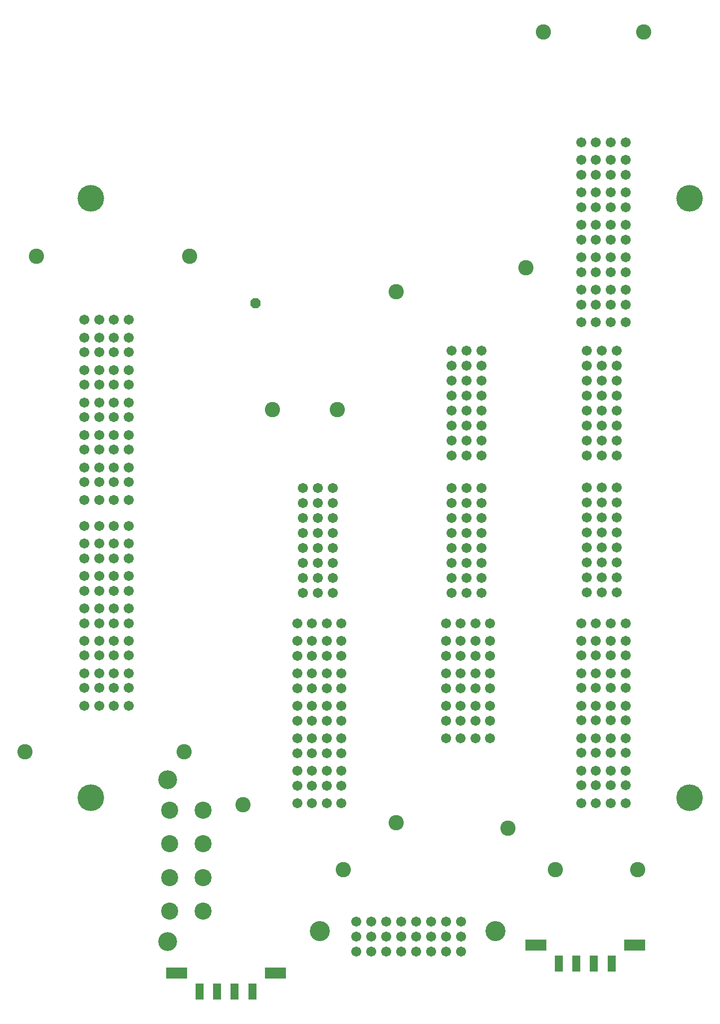
<source format=gts>
G75*
%MOIN*%
%OFA0B0*%
%FSLAX25Y25*%
%IPPOS*%
%LPD*%
%AMOC8*
5,1,8,0,0,1.08239X$1,22.5*
%
%ADD10C,0.17800*%
%ADD11C,0.06737*%
%ADD12C,0.12611*%
%ADD13C,0.11430*%
%ADD14C,0.13398*%
%ADD15R,0.14304X0.07296*%
%ADD16R,0.05800X0.10800*%
%ADD17OC8,0.06800*%
%ADD18C,0.10249*%
D10*
X0141800Y0141800D03*
X0141800Y0541800D03*
X0541800Y0541800D03*
X0541800Y0141800D03*
D11*
X0498965Y0138213D03*
X0489123Y0138213D03*
X0479280Y0138213D03*
X0479280Y0150024D03*
X0489123Y0150024D03*
X0498965Y0150024D03*
X0498965Y0159867D03*
X0489123Y0159867D03*
X0479280Y0159867D03*
X0469438Y0159867D03*
X0469438Y0150024D03*
X0469438Y0138213D03*
X0469438Y0171678D03*
X0469438Y0181520D03*
X0479280Y0181520D03*
X0479280Y0171678D03*
X0489123Y0171678D03*
X0498965Y0171678D03*
X0498965Y0181520D03*
X0489123Y0181520D03*
X0489123Y0193331D03*
X0498965Y0193331D03*
X0498965Y0203174D03*
X0489123Y0203174D03*
X0479280Y0203174D03*
X0479280Y0193331D03*
X0469438Y0193331D03*
X0469438Y0203174D03*
X0469438Y0214985D03*
X0469438Y0224828D03*
X0479280Y0224828D03*
X0489123Y0224828D03*
X0498965Y0224828D03*
X0498965Y0214985D03*
X0489123Y0214985D03*
X0479280Y0214985D03*
X0479280Y0236639D03*
X0489123Y0236639D03*
X0498965Y0236639D03*
X0498965Y0246481D03*
X0489123Y0246481D03*
X0479280Y0246481D03*
X0479280Y0258292D03*
X0489123Y0258292D03*
X0498965Y0258292D03*
X0493020Y0278646D03*
X0483020Y0278646D03*
X0473020Y0278646D03*
X0473020Y0288646D03*
X0473020Y0298646D03*
X0483020Y0298646D03*
X0483020Y0288646D03*
X0493020Y0288646D03*
X0493020Y0298646D03*
X0493020Y0308646D03*
X0493020Y0318646D03*
X0483020Y0318646D03*
X0473020Y0318646D03*
X0473020Y0308646D03*
X0483020Y0308646D03*
X0483020Y0328646D03*
X0473020Y0328646D03*
X0473020Y0338646D03*
X0483020Y0338646D03*
X0483020Y0348646D03*
X0473020Y0348646D03*
X0493020Y0348646D03*
X0493020Y0338646D03*
X0493020Y0328646D03*
X0493020Y0370143D03*
X0493020Y0380143D03*
X0493020Y0390143D03*
X0493020Y0400143D03*
X0493020Y0410143D03*
X0493020Y0420143D03*
X0493020Y0430143D03*
X0493020Y0440143D03*
X0483020Y0440143D03*
X0473020Y0440143D03*
X0473020Y0430143D03*
X0483020Y0430143D03*
X0483020Y0420143D03*
X0473020Y0420143D03*
X0473020Y0410143D03*
X0483020Y0410143D03*
X0483020Y0400143D03*
X0473020Y0400143D03*
X0473020Y0390143D03*
X0483020Y0390143D03*
X0483020Y0380143D03*
X0473020Y0380143D03*
X0473020Y0370143D03*
X0483020Y0370143D03*
X0402652Y0370038D03*
X0402652Y0380038D03*
X0392652Y0380038D03*
X0392652Y0370038D03*
X0382652Y0370038D03*
X0382652Y0380038D03*
X0382652Y0390038D03*
X0382652Y0400038D03*
X0382652Y0410038D03*
X0382652Y0420038D03*
X0382652Y0430038D03*
X0382652Y0440038D03*
X0392652Y0440038D03*
X0402652Y0440038D03*
X0402652Y0430038D03*
X0392652Y0430038D03*
X0392652Y0420038D03*
X0402652Y0420038D03*
X0402652Y0410038D03*
X0392652Y0410038D03*
X0392652Y0400038D03*
X0402652Y0400038D03*
X0402652Y0390038D03*
X0392652Y0390038D03*
X0392652Y0348542D03*
X0402652Y0348542D03*
X0402652Y0338542D03*
X0392652Y0338542D03*
X0392652Y0328542D03*
X0402652Y0328542D03*
X0402652Y0318542D03*
X0392652Y0318542D03*
X0392652Y0308542D03*
X0402652Y0308542D03*
X0402652Y0298542D03*
X0392652Y0298542D03*
X0392652Y0288542D03*
X0402652Y0288542D03*
X0402652Y0278542D03*
X0392652Y0278542D03*
X0382652Y0278542D03*
X0382652Y0288542D03*
X0382652Y0298542D03*
X0382652Y0308542D03*
X0382652Y0318542D03*
X0382652Y0328542D03*
X0382652Y0338542D03*
X0382652Y0348542D03*
X0303320Y0348538D03*
X0303320Y0338538D03*
X0303320Y0328538D03*
X0293320Y0328538D03*
X0283320Y0328538D03*
X0283320Y0338538D03*
X0283320Y0348538D03*
X0293320Y0348538D03*
X0293320Y0338538D03*
X0293320Y0318538D03*
X0283320Y0318538D03*
X0283320Y0308538D03*
X0293320Y0308538D03*
X0293320Y0298538D03*
X0283320Y0298538D03*
X0283320Y0288538D03*
X0293320Y0288538D03*
X0293320Y0278538D03*
X0283320Y0278538D03*
X0303320Y0278538D03*
X0303320Y0288538D03*
X0303320Y0298538D03*
X0303320Y0308538D03*
X0303320Y0318538D03*
X0299423Y0258183D03*
X0289580Y0258183D03*
X0289580Y0246372D03*
X0299423Y0246372D03*
X0299423Y0236530D03*
X0289580Y0236530D03*
X0279738Y0236530D03*
X0279738Y0246372D03*
X0279738Y0258183D03*
X0309265Y0258183D03*
X0309265Y0246372D03*
X0309265Y0236530D03*
X0309265Y0224719D03*
X0309265Y0214876D03*
X0299423Y0214876D03*
X0289580Y0214876D03*
X0289580Y0224719D03*
X0299423Y0224719D03*
X0279738Y0224719D03*
X0279738Y0214876D03*
X0279738Y0203065D03*
X0279738Y0193223D03*
X0289580Y0193223D03*
X0289580Y0203065D03*
X0299423Y0203065D03*
X0299423Y0193223D03*
X0309265Y0193223D03*
X0309265Y0203065D03*
X0309265Y0181412D03*
X0309265Y0171569D03*
X0299423Y0171569D03*
X0289580Y0171569D03*
X0289580Y0181412D03*
X0299423Y0181412D03*
X0279738Y0181412D03*
X0279738Y0171569D03*
X0279738Y0159758D03*
X0279738Y0149916D03*
X0279738Y0138105D03*
X0289580Y0138105D03*
X0299423Y0138105D03*
X0299423Y0149916D03*
X0289580Y0149916D03*
X0289580Y0159758D03*
X0299423Y0159758D03*
X0309265Y0159758D03*
X0309265Y0149916D03*
X0309265Y0138105D03*
X0379069Y0181416D03*
X0388912Y0181416D03*
X0398754Y0181416D03*
X0408597Y0181416D03*
X0408597Y0193227D03*
X0408597Y0203069D03*
X0398754Y0203069D03*
X0398754Y0193227D03*
X0388912Y0193227D03*
X0388912Y0203069D03*
X0379069Y0203069D03*
X0379069Y0193227D03*
X0379069Y0214880D03*
X0388912Y0214880D03*
X0388912Y0224723D03*
X0379069Y0224723D03*
X0379069Y0236534D03*
X0388912Y0236534D03*
X0398754Y0236534D03*
X0408597Y0236534D03*
X0408597Y0246376D03*
X0398754Y0246376D03*
X0398754Y0258187D03*
X0408597Y0258187D03*
X0388912Y0258187D03*
X0379069Y0258187D03*
X0379069Y0246376D03*
X0388912Y0246376D03*
X0398754Y0224723D03*
X0398754Y0214880D03*
X0408597Y0214880D03*
X0408597Y0224723D03*
X0469438Y0236639D03*
X0469438Y0246481D03*
X0469438Y0258292D03*
X0389162Y0059123D03*
X0379162Y0059123D03*
X0369162Y0059123D03*
X0369162Y0049123D03*
X0379162Y0049123D03*
X0389162Y0049123D03*
X0389162Y0039123D03*
X0379162Y0039123D03*
X0369162Y0039123D03*
X0359162Y0039123D03*
X0349162Y0039123D03*
X0339162Y0039123D03*
X0329162Y0039123D03*
X0319162Y0039123D03*
X0319162Y0049123D03*
X0319162Y0059123D03*
X0329162Y0059123D03*
X0329162Y0049123D03*
X0339162Y0049123D03*
X0339162Y0059123D03*
X0349162Y0059123D03*
X0349162Y0049123D03*
X0359162Y0049123D03*
X0359162Y0059123D03*
X0166997Y0203178D03*
X0157154Y0203178D03*
X0147312Y0203178D03*
X0137469Y0203178D03*
X0137469Y0214989D03*
X0137469Y0224831D03*
X0147312Y0224831D03*
X0147312Y0214989D03*
X0157154Y0214989D03*
X0157154Y0224831D03*
X0166997Y0224831D03*
X0166997Y0214989D03*
X0166997Y0236643D03*
X0166997Y0246485D03*
X0166997Y0258296D03*
X0166997Y0268139D03*
X0166997Y0279950D03*
X0166997Y0289792D03*
X0157154Y0289792D03*
X0147312Y0289792D03*
X0137469Y0289792D03*
X0137469Y0279950D03*
X0147312Y0279950D03*
X0157154Y0279950D03*
X0157154Y0268139D03*
X0147312Y0268139D03*
X0137469Y0268139D03*
X0137469Y0258296D03*
X0147312Y0258296D03*
X0157154Y0258296D03*
X0157154Y0246485D03*
X0147312Y0246485D03*
X0137469Y0246485D03*
X0137469Y0236643D03*
X0147312Y0236643D03*
X0157154Y0236643D03*
X0157154Y0301603D03*
X0147312Y0301603D03*
X0147312Y0311446D03*
X0157154Y0311446D03*
X0166997Y0311446D03*
X0166997Y0301603D03*
X0166997Y0323257D03*
X0157154Y0323257D03*
X0147312Y0323257D03*
X0137469Y0323257D03*
X0137469Y0311446D03*
X0137469Y0301603D03*
X0137469Y0340580D03*
X0147312Y0340580D03*
X0157154Y0340580D03*
X0166997Y0340580D03*
X0166997Y0352391D03*
X0166997Y0362233D03*
X0157154Y0362233D03*
X0147312Y0362233D03*
X0147312Y0352391D03*
X0157154Y0352391D03*
X0137469Y0352391D03*
X0137469Y0362233D03*
X0137469Y0374044D03*
X0147312Y0374044D03*
X0157154Y0374044D03*
X0157154Y0383887D03*
X0147312Y0383887D03*
X0137469Y0383887D03*
X0137469Y0395698D03*
X0147312Y0395698D03*
X0157154Y0395698D03*
X0157154Y0405540D03*
X0147312Y0405540D03*
X0137469Y0405540D03*
X0137469Y0417351D03*
X0137469Y0427194D03*
X0147312Y0427194D03*
X0157154Y0427194D03*
X0157154Y0417351D03*
X0147312Y0417351D03*
X0166997Y0417351D03*
X0166997Y0427194D03*
X0166997Y0439005D03*
X0166997Y0448847D03*
X0157154Y0448847D03*
X0147312Y0448847D03*
X0147312Y0439005D03*
X0157154Y0439005D03*
X0137469Y0439005D03*
X0137469Y0448847D03*
X0137469Y0460658D03*
X0147312Y0460658D03*
X0157154Y0460658D03*
X0166997Y0460658D03*
X0166997Y0405540D03*
X0166997Y0395698D03*
X0166997Y0383887D03*
X0166997Y0374044D03*
X0469438Y0459080D03*
X0469438Y0470891D03*
X0469438Y0480733D03*
X0479280Y0480733D03*
X0489123Y0480733D03*
X0498965Y0480733D03*
X0498965Y0470891D03*
X0489123Y0470891D03*
X0479280Y0470891D03*
X0479280Y0459080D03*
X0489123Y0459080D03*
X0498965Y0459080D03*
X0498965Y0492544D03*
X0489123Y0492544D03*
X0489123Y0502387D03*
X0498965Y0502387D03*
X0498965Y0514198D03*
X0498965Y0524040D03*
X0489123Y0524040D03*
X0489123Y0514198D03*
X0479280Y0514198D03*
X0479280Y0524040D03*
X0469438Y0524040D03*
X0469438Y0514198D03*
X0469438Y0502387D03*
X0469438Y0492544D03*
X0479280Y0492544D03*
X0479280Y0502387D03*
X0479280Y0535851D03*
X0479280Y0545694D03*
X0489123Y0545694D03*
X0498965Y0545694D03*
X0498965Y0535851D03*
X0489123Y0535851D03*
X0469438Y0535851D03*
X0469438Y0545694D03*
X0469438Y0557505D03*
X0469438Y0567347D03*
X0479280Y0567347D03*
X0479280Y0557505D03*
X0489123Y0557505D03*
X0489123Y0567347D03*
X0498965Y0567347D03*
X0498965Y0557505D03*
X0498965Y0579158D03*
X0489123Y0579158D03*
X0479280Y0579158D03*
X0469438Y0579158D03*
D12*
X0193060Y0153808D03*
X0193060Y0045776D03*
D13*
X0194359Y0066131D03*
X0194359Y0088572D03*
X0216800Y0088572D03*
X0216800Y0066131D03*
X0216800Y0111013D03*
X0216800Y0133454D03*
X0194359Y0133454D03*
X0194359Y0111013D03*
D14*
X0294871Y0052902D03*
X0412036Y0052902D03*
D15*
X0439024Y0043552D03*
X0505048Y0043552D03*
X0265048Y0024802D03*
X0199024Y0024802D03*
D16*
X0214320Y0012479D03*
X0226131Y0012479D03*
X0237942Y0012479D03*
X0249753Y0012479D03*
X0454320Y0031229D03*
X0466131Y0031229D03*
X0477942Y0031229D03*
X0489753Y0031229D03*
D17*
X0251800Y0471800D03*
D18*
X0207942Y0503217D03*
X0105580Y0503217D03*
X0263060Y0400855D03*
X0306367Y0400855D03*
X0345737Y0479595D03*
X0432351Y0495343D03*
X0444162Y0652824D03*
X0511091Y0652824D03*
X0204005Y0172509D03*
X0243375Y0137076D03*
X0310304Y0093769D03*
X0345737Y0125265D03*
X0420540Y0121328D03*
X0452036Y0093769D03*
X0507154Y0093769D03*
X0097706Y0172509D03*
M02*

</source>
